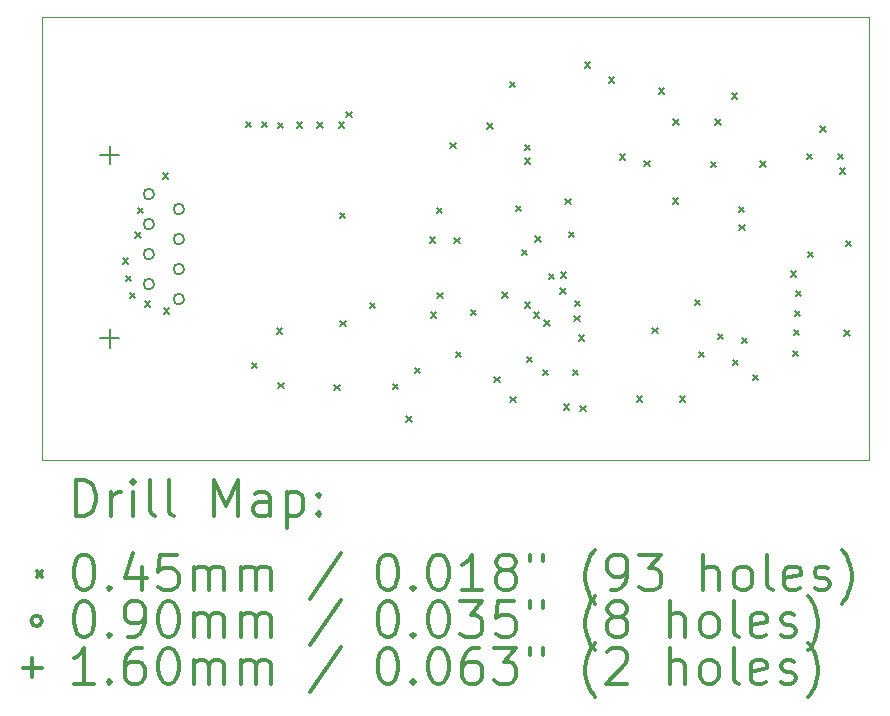
<source format=gbr>
%FSLAX45Y45*%
G04 Gerber Fmt 4.5, Leading zero omitted, Abs format (unit mm)*
G04 Created by KiCad (PCBNEW 5.1.9) date 2021-04-12 02:59:57*
%MOMM*%
%LPD*%
G01*
G04 APERTURE LIST*
%TA.AperFunction,Profile*%
%ADD10C,0.050000*%
%TD*%
%ADD11C,0.200000*%
%ADD12C,0.300000*%
G04 APERTURE END LIST*
D10*
X19572500Y-8923000D02*
X12572000Y-8923000D01*
X19572000Y-5168400D02*
X19572500Y-8923000D01*
X12572000Y-5168400D02*
X19572000Y-5168400D01*
X12572000Y-8923000D02*
X12572000Y-5168400D01*
D11*
X13255500Y-7210920D02*
X13300500Y-7255920D01*
X13300500Y-7210920D02*
X13255500Y-7255920D01*
X13278360Y-7360780D02*
X13323360Y-7405780D01*
X13323360Y-7360780D02*
X13278360Y-7405780D01*
X13313920Y-7505560D02*
X13358920Y-7550560D01*
X13358920Y-7505560D02*
X13313920Y-7550560D01*
X13359630Y-6992470D02*
X13404630Y-7037470D01*
X13404630Y-6992470D02*
X13359630Y-7037470D01*
X13379960Y-6784200D02*
X13424960Y-6829200D01*
X13424960Y-6784200D02*
X13379960Y-6829200D01*
X13440920Y-7576680D02*
X13485920Y-7621680D01*
X13485920Y-7576680D02*
X13440920Y-7621680D01*
X13595860Y-6492100D02*
X13640860Y-6537100D01*
X13640860Y-6492100D02*
X13595860Y-6537100D01*
X13603480Y-7635100D02*
X13648480Y-7680100D01*
X13648480Y-7635100D02*
X13603480Y-7680100D01*
X14296900Y-6057760D02*
X14341900Y-6102760D01*
X14341900Y-6057760D02*
X14296900Y-6102760D01*
X14347700Y-8097380D02*
X14392700Y-8142380D01*
X14392700Y-8097380D02*
X14347700Y-8142380D01*
X14428980Y-6057760D02*
X14473980Y-6102760D01*
X14473980Y-6057760D02*
X14428980Y-6102760D01*
X14561060Y-7805280D02*
X14606060Y-7850280D01*
X14606060Y-7805280D02*
X14561060Y-7850280D01*
X14566140Y-6062840D02*
X14611140Y-6107840D01*
X14611140Y-6062840D02*
X14566140Y-6107840D01*
X14571220Y-8267560D02*
X14616220Y-8312560D01*
X14616220Y-8267560D02*
X14571220Y-8312560D01*
X14728700Y-6060300D02*
X14773700Y-6105300D01*
X14773700Y-6060300D02*
X14728700Y-6105300D01*
X14901420Y-6060300D02*
X14946420Y-6105300D01*
X14946420Y-6060300D02*
X14901420Y-6105300D01*
X15046200Y-8282800D02*
X15091200Y-8327800D01*
X15091200Y-8282800D02*
X15046200Y-8327800D01*
X15084300Y-6060300D02*
X15129300Y-6105300D01*
X15129300Y-6060300D02*
X15084300Y-6105300D01*
X15091201Y-6828099D02*
X15136201Y-6873099D01*
X15136201Y-6828099D02*
X15091201Y-6873099D01*
X15097000Y-7739240D02*
X15142000Y-7784240D01*
X15142000Y-7739240D02*
X15097000Y-7784240D01*
X15147800Y-5971400D02*
X15192800Y-6016400D01*
X15192800Y-5971400D02*
X15147800Y-6016400D01*
X15345920Y-7589380D02*
X15390920Y-7634380D01*
X15390920Y-7589380D02*
X15345920Y-7634380D01*
X15542810Y-8276490D02*
X15587810Y-8321490D01*
X15587810Y-8276490D02*
X15542810Y-8321490D01*
X15655800Y-8549500D02*
X15700800Y-8594500D01*
X15700800Y-8549500D02*
X15655800Y-8594500D01*
X15724380Y-8138020D02*
X15769380Y-8183020D01*
X15769380Y-8138020D02*
X15724380Y-8183020D01*
X15853920Y-7033120D02*
X15898920Y-7078120D01*
X15898920Y-7033120D02*
X15853920Y-7078120D01*
X15864080Y-7670660D02*
X15909080Y-7715660D01*
X15909080Y-7670660D02*
X15864080Y-7715660D01*
X15913300Y-6784200D02*
X15958300Y-6829200D01*
X15958300Y-6784200D02*
X15913300Y-6829200D01*
X15917030Y-7505170D02*
X15962030Y-7550170D01*
X15962030Y-7505170D02*
X15917030Y-7550170D01*
X16026640Y-6235560D02*
X16071640Y-6280560D01*
X16071640Y-6235560D02*
X16026640Y-6280560D01*
X16062200Y-7038200D02*
X16107200Y-7083200D01*
X16107200Y-7038200D02*
X16062200Y-7083200D01*
X16074900Y-8003400D02*
X16119900Y-8048400D01*
X16119900Y-8003400D02*
X16074900Y-8048400D01*
X16201900Y-7647800D02*
X16246900Y-7692800D01*
X16246900Y-7647800D02*
X16201900Y-7692800D01*
X16341600Y-6070460D02*
X16386600Y-6115460D01*
X16386600Y-6070460D02*
X16341600Y-6115460D01*
X16400785Y-8214985D02*
X16445785Y-8259985D01*
X16445785Y-8214985D02*
X16400785Y-8259985D01*
X16468600Y-7498899D02*
X16513600Y-7543899D01*
X16513600Y-7498899D02*
X16468600Y-7543899D01*
X16532100Y-5717400D02*
X16577100Y-5762400D01*
X16577100Y-5717400D02*
X16532100Y-5762400D01*
X16534640Y-8386940D02*
X16579640Y-8431940D01*
X16579640Y-8386940D02*
X16534640Y-8431940D01*
X16580360Y-6768960D02*
X16625360Y-6813960D01*
X16625360Y-6768960D02*
X16580360Y-6813960D01*
X16633700Y-7139800D02*
X16678700Y-7184800D01*
X16678700Y-7139800D02*
X16633700Y-7184800D01*
X16659100Y-6250800D02*
X16704100Y-6295800D01*
X16704100Y-6250800D02*
X16659100Y-6295800D01*
X16659100Y-6365100D02*
X16704100Y-6410100D01*
X16704100Y-6365100D02*
X16659100Y-6410100D01*
X16659100Y-7584300D02*
X16704100Y-7629300D01*
X16704100Y-7584300D02*
X16659100Y-7629300D01*
X16675500Y-8048901D02*
X16720500Y-8093901D01*
X16720500Y-8048901D02*
X16675500Y-8093901D01*
X16732063Y-7669700D02*
X16777063Y-7714700D01*
X16777063Y-7669700D02*
X16732063Y-7714700D01*
X16748000Y-7025500D02*
X16793000Y-7070500D01*
X16793000Y-7025500D02*
X16748000Y-7070500D01*
X16811500Y-8155800D02*
X16856500Y-8200800D01*
X16856500Y-8155800D02*
X16811500Y-8200800D01*
X16824200Y-7736700D02*
X16869200Y-7781700D01*
X16869200Y-7736700D02*
X16824200Y-7781700D01*
X16862300Y-7343000D02*
X16907300Y-7388000D01*
X16907300Y-7343000D02*
X16862300Y-7388000D01*
X16958820Y-7467460D02*
X17003820Y-7512460D01*
X17003820Y-7467460D02*
X16958820Y-7512460D01*
X16963900Y-7330300D02*
X17008900Y-7375300D01*
X17008900Y-7330300D02*
X16963900Y-7375300D01*
X16989300Y-8447900D02*
X17034300Y-8492900D01*
X17034300Y-8447900D02*
X16989300Y-8492900D01*
X17002000Y-6708000D02*
X17047000Y-6753000D01*
X17047000Y-6708000D02*
X17002000Y-6753000D01*
X17033128Y-6989015D02*
X17078128Y-7034015D01*
X17078128Y-6989015D02*
X17033128Y-7034015D01*
X17065500Y-8155800D02*
X17110500Y-8200800D01*
X17110500Y-8155800D02*
X17065500Y-8200800D01*
X17078217Y-7698729D02*
X17123217Y-7743729D01*
X17123217Y-7698729D02*
X17078217Y-7743729D01*
X17080740Y-7574140D02*
X17125740Y-7619140D01*
X17125740Y-7574140D02*
X17080740Y-7619140D01*
X17116300Y-7863700D02*
X17161300Y-7908700D01*
X17161300Y-7863700D02*
X17116300Y-7908700D01*
X17129000Y-8460600D02*
X17174000Y-8505600D01*
X17174000Y-8460600D02*
X17129000Y-8505600D01*
X17167100Y-5552300D02*
X17212100Y-5597300D01*
X17212100Y-5552300D02*
X17167100Y-5597300D01*
X17370300Y-5679300D02*
X17415300Y-5724300D01*
X17415300Y-5679300D02*
X17370300Y-5724300D01*
X17464567Y-6332367D02*
X17509567Y-6377367D01*
X17509567Y-6332367D02*
X17464567Y-6377367D01*
X17606520Y-8381860D02*
X17651520Y-8426860D01*
X17651520Y-8381860D02*
X17606520Y-8426860D01*
X17670259Y-6387000D02*
X17715259Y-6432000D01*
X17715259Y-6387000D02*
X17670259Y-6432000D01*
X17738600Y-7800200D02*
X17783600Y-7845200D01*
X17783600Y-7800200D02*
X17738600Y-7845200D01*
X17791940Y-5773280D02*
X17836940Y-5818280D01*
X17836940Y-5773280D02*
X17791940Y-5818280D01*
X17911320Y-6705460D02*
X17956320Y-6750460D01*
X17956320Y-6705460D02*
X17911320Y-6750460D01*
X17916400Y-6034900D02*
X17961400Y-6079900D01*
X17961400Y-6034900D02*
X17916400Y-6079900D01*
X17972280Y-8379320D02*
X18017280Y-8424320D01*
X18017280Y-8379320D02*
X17972280Y-8424320D01*
X18096740Y-7561440D02*
X18141740Y-7606440D01*
X18141740Y-7561440D02*
X18096740Y-7606440D01*
X18132300Y-8003400D02*
X18177300Y-8048400D01*
X18177300Y-8003400D02*
X18132300Y-8048400D01*
X18231360Y-6395580D02*
X18276360Y-6440580D01*
X18276360Y-6395580D02*
X18231360Y-6440580D01*
X18272000Y-6034900D02*
X18317000Y-6079900D01*
X18317000Y-6034900D02*
X18272000Y-6079900D01*
X18292320Y-7851000D02*
X18337320Y-7896000D01*
X18337320Y-7851000D02*
X18292320Y-7896000D01*
X18409160Y-5816460D02*
X18454160Y-5861460D01*
X18454160Y-5816460D02*
X18409160Y-5861460D01*
X18417900Y-8070860D02*
X18462900Y-8115860D01*
X18462900Y-8070860D02*
X18417900Y-8115860D01*
X18467580Y-6774040D02*
X18512580Y-6819040D01*
X18512580Y-6774040D02*
X18467580Y-6819040D01*
X18475200Y-6926440D02*
X18520200Y-6971440D01*
X18520200Y-6926440D02*
X18475200Y-6971440D01*
X18495520Y-7884020D02*
X18540520Y-7929020D01*
X18540520Y-7884020D02*
X18495520Y-7929020D01*
X18589500Y-8196440D02*
X18634500Y-8241440D01*
X18634500Y-8196440D02*
X18589500Y-8241440D01*
X18653000Y-6390500D02*
X18698000Y-6435500D01*
X18698000Y-6390500D02*
X18653000Y-6435500D01*
X18910810Y-7321410D02*
X18955810Y-7366410D01*
X18955810Y-7321410D02*
X18910810Y-7366410D01*
X18928313Y-7994169D02*
X18973313Y-8039169D01*
X18973313Y-7994169D02*
X18928313Y-8039169D01*
X18934940Y-7817980D02*
X18979940Y-7862980D01*
X18979940Y-7817980D02*
X18934940Y-7862980D01*
X18945034Y-7659149D02*
X18990034Y-7704149D01*
X18990034Y-7659149D02*
X18945034Y-7704149D01*
X18951278Y-7487304D02*
X18996278Y-7532304D01*
X18996278Y-7487304D02*
X18951278Y-7532304D01*
X19046700Y-6327000D02*
X19091700Y-6372000D01*
X19091700Y-6327000D02*
X19046700Y-6372000D01*
X19053854Y-7157114D02*
X19098854Y-7202114D01*
X19098854Y-7157114D02*
X19053854Y-7202114D01*
X19161000Y-6093320D02*
X19206000Y-6138320D01*
X19206000Y-6093320D02*
X19161000Y-6138320D01*
X19310860Y-6329540D02*
X19355860Y-6374540D01*
X19355860Y-6329540D02*
X19310860Y-6374540D01*
X19326100Y-6451460D02*
X19371100Y-6496460D01*
X19371100Y-6451460D02*
X19326100Y-6496460D01*
X19364200Y-7820520D02*
X19409200Y-7865520D01*
X19409200Y-7820520D02*
X19364200Y-7865520D01*
X19376900Y-7066140D02*
X19421900Y-7111140D01*
X19421900Y-7066140D02*
X19376900Y-7111140D01*
X13520100Y-6668000D02*
G75*
G03*
X13520100Y-6668000I-45000J0D01*
G01*
X13520100Y-6922000D02*
G75*
G03*
X13520100Y-6922000I-45000J0D01*
G01*
X13520100Y-7176000D02*
G75*
G03*
X13520100Y-7176000I-45000J0D01*
G01*
X13520100Y-7430000D02*
G75*
G03*
X13520100Y-7430000I-45000J0D01*
G01*
X13774100Y-6795000D02*
G75*
G03*
X13774100Y-6795000I-45000J0D01*
G01*
X13774100Y-7049000D02*
G75*
G03*
X13774100Y-7049000I-45000J0D01*
G01*
X13774100Y-7303000D02*
G75*
G03*
X13774100Y-7303000I-45000J0D01*
G01*
X13774100Y-7557000D02*
G75*
G03*
X13774100Y-7557000I-45000J0D01*
G01*
X13145100Y-6257500D02*
X13145100Y-6417500D01*
X13065100Y-6337500D02*
X13225100Y-6337500D01*
X13145100Y-7807500D02*
X13145100Y-7967500D01*
X13065100Y-7887500D02*
X13225100Y-7887500D01*
D12*
X12855928Y-9391214D02*
X12855928Y-9091214D01*
X12927357Y-9091214D01*
X12970214Y-9105500D01*
X12998786Y-9134072D01*
X13013071Y-9162643D01*
X13027357Y-9219786D01*
X13027357Y-9262643D01*
X13013071Y-9319786D01*
X12998786Y-9348357D01*
X12970214Y-9376929D01*
X12927357Y-9391214D01*
X12855928Y-9391214D01*
X13155928Y-9391214D02*
X13155928Y-9191214D01*
X13155928Y-9248357D02*
X13170214Y-9219786D01*
X13184500Y-9205500D01*
X13213071Y-9191214D01*
X13241643Y-9191214D01*
X13341643Y-9391214D02*
X13341643Y-9191214D01*
X13341643Y-9091214D02*
X13327357Y-9105500D01*
X13341643Y-9119786D01*
X13355928Y-9105500D01*
X13341643Y-9091214D01*
X13341643Y-9119786D01*
X13527357Y-9391214D02*
X13498786Y-9376929D01*
X13484500Y-9348357D01*
X13484500Y-9091214D01*
X13684500Y-9391214D02*
X13655928Y-9376929D01*
X13641643Y-9348357D01*
X13641643Y-9091214D01*
X14027357Y-9391214D02*
X14027357Y-9091214D01*
X14127357Y-9305500D01*
X14227357Y-9091214D01*
X14227357Y-9391214D01*
X14498786Y-9391214D02*
X14498786Y-9234072D01*
X14484500Y-9205500D01*
X14455928Y-9191214D01*
X14398786Y-9191214D01*
X14370214Y-9205500D01*
X14498786Y-9376929D02*
X14470214Y-9391214D01*
X14398786Y-9391214D01*
X14370214Y-9376929D01*
X14355928Y-9348357D01*
X14355928Y-9319786D01*
X14370214Y-9291214D01*
X14398786Y-9276929D01*
X14470214Y-9276929D01*
X14498786Y-9262643D01*
X14641643Y-9191214D02*
X14641643Y-9491214D01*
X14641643Y-9205500D02*
X14670214Y-9191214D01*
X14727357Y-9191214D01*
X14755928Y-9205500D01*
X14770214Y-9219786D01*
X14784500Y-9248357D01*
X14784500Y-9334072D01*
X14770214Y-9362643D01*
X14755928Y-9376929D01*
X14727357Y-9391214D01*
X14670214Y-9391214D01*
X14641643Y-9376929D01*
X14913071Y-9362643D02*
X14927357Y-9376929D01*
X14913071Y-9391214D01*
X14898786Y-9376929D01*
X14913071Y-9362643D01*
X14913071Y-9391214D01*
X14913071Y-9205500D02*
X14927357Y-9219786D01*
X14913071Y-9234072D01*
X14898786Y-9219786D01*
X14913071Y-9205500D01*
X14913071Y-9234072D01*
X12524500Y-9863000D02*
X12569500Y-9908000D01*
X12569500Y-9863000D02*
X12524500Y-9908000D01*
X12913071Y-9721214D02*
X12941643Y-9721214D01*
X12970214Y-9735500D01*
X12984500Y-9749786D01*
X12998786Y-9778357D01*
X13013071Y-9835500D01*
X13013071Y-9906929D01*
X12998786Y-9964072D01*
X12984500Y-9992643D01*
X12970214Y-10006929D01*
X12941643Y-10021214D01*
X12913071Y-10021214D01*
X12884500Y-10006929D01*
X12870214Y-9992643D01*
X12855928Y-9964072D01*
X12841643Y-9906929D01*
X12841643Y-9835500D01*
X12855928Y-9778357D01*
X12870214Y-9749786D01*
X12884500Y-9735500D01*
X12913071Y-9721214D01*
X13141643Y-9992643D02*
X13155928Y-10006929D01*
X13141643Y-10021214D01*
X13127357Y-10006929D01*
X13141643Y-9992643D01*
X13141643Y-10021214D01*
X13413071Y-9821214D02*
X13413071Y-10021214D01*
X13341643Y-9706929D02*
X13270214Y-9921214D01*
X13455928Y-9921214D01*
X13713071Y-9721214D02*
X13570214Y-9721214D01*
X13555928Y-9864072D01*
X13570214Y-9849786D01*
X13598786Y-9835500D01*
X13670214Y-9835500D01*
X13698786Y-9849786D01*
X13713071Y-9864072D01*
X13727357Y-9892643D01*
X13727357Y-9964072D01*
X13713071Y-9992643D01*
X13698786Y-10006929D01*
X13670214Y-10021214D01*
X13598786Y-10021214D01*
X13570214Y-10006929D01*
X13555928Y-9992643D01*
X13855928Y-10021214D02*
X13855928Y-9821214D01*
X13855928Y-9849786D02*
X13870214Y-9835500D01*
X13898786Y-9821214D01*
X13941643Y-9821214D01*
X13970214Y-9835500D01*
X13984500Y-9864072D01*
X13984500Y-10021214D01*
X13984500Y-9864072D02*
X13998786Y-9835500D01*
X14027357Y-9821214D01*
X14070214Y-9821214D01*
X14098786Y-9835500D01*
X14113071Y-9864072D01*
X14113071Y-10021214D01*
X14255928Y-10021214D02*
X14255928Y-9821214D01*
X14255928Y-9849786D02*
X14270214Y-9835500D01*
X14298786Y-9821214D01*
X14341643Y-9821214D01*
X14370214Y-9835500D01*
X14384500Y-9864072D01*
X14384500Y-10021214D01*
X14384500Y-9864072D02*
X14398786Y-9835500D01*
X14427357Y-9821214D01*
X14470214Y-9821214D01*
X14498786Y-9835500D01*
X14513071Y-9864072D01*
X14513071Y-10021214D01*
X15098786Y-9706929D02*
X14841643Y-10092643D01*
X15484500Y-9721214D02*
X15513071Y-9721214D01*
X15541643Y-9735500D01*
X15555928Y-9749786D01*
X15570214Y-9778357D01*
X15584500Y-9835500D01*
X15584500Y-9906929D01*
X15570214Y-9964072D01*
X15555928Y-9992643D01*
X15541643Y-10006929D01*
X15513071Y-10021214D01*
X15484500Y-10021214D01*
X15455928Y-10006929D01*
X15441643Y-9992643D01*
X15427357Y-9964072D01*
X15413071Y-9906929D01*
X15413071Y-9835500D01*
X15427357Y-9778357D01*
X15441643Y-9749786D01*
X15455928Y-9735500D01*
X15484500Y-9721214D01*
X15713071Y-9992643D02*
X15727357Y-10006929D01*
X15713071Y-10021214D01*
X15698786Y-10006929D01*
X15713071Y-9992643D01*
X15713071Y-10021214D01*
X15913071Y-9721214D02*
X15941643Y-9721214D01*
X15970214Y-9735500D01*
X15984500Y-9749786D01*
X15998786Y-9778357D01*
X16013071Y-9835500D01*
X16013071Y-9906929D01*
X15998786Y-9964072D01*
X15984500Y-9992643D01*
X15970214Y-10006929D01*
X15941643Y-10021214D01*
X15913071Y-10021214D01*
X15884500Y-10006929D01*
X15870214Y-9992643D01*
X15855928Y-9964072D01*
X15841643Y-9906929D01*
X15841643Y-9835500D01*
X15855928Y-9778357D01*
X15870214Y-9749786D01*
X15884500Y-9735500D01*
X15913071Y-9721214D01*
X16298786Y-10021214D02*
X16127357Y-10021214D01*
X16213071Y-10021214D02*
X16213071Y-9721214D01*
X16184500Y-9764072D01*
X16155928Y-9792643D01*
X16127357Y-9806929D01*
X16470214Y-9849786D02*
X16441643Y-9835500D01*
X16427357Y-9821214D01*
X16413071Y-9792643D01*
X16413071Y-9778357D01*
X16427357Y-9749786D01*
X16441643Y-9735500D01*
X16470214Y-9721214D01*
X16527357Y-9721214D01*
X16555928Y-9735500D01*
X16570214Y-9749786D01*
X16584500Y-9778357D01*
X16584500Y-9792643D01*
X16570214Y-9821214D01*
X16555928Y-9835500D01*
X16527357Y-9849786D01*
X16470214Y-9849786D01*
X16441643Y-9864072D01*
X16427357Y-9878357D01*
X16413071Y-9906929D01*
X16413071Y-9964072D01*
X16427357Y-9992643D01*
X16441643Y-10006929D01*
X16470214Y-10021214D01*
X16527357Y-10021214D01*
X16555928Y-10006929D01*
X16570214Y-9992643D01*
X16584500Y-9964072D01*
X16584500Y-9906929D01*
X16570214Y-9878357D01*
X16555928Y-9864072D01*
X16527357Y-9849786D01*
X16698786Y-9721214D02*
X16698786Y-9778357D01*
X16813071Y-9721214D02*
X16813071Y-9778357D01*
X17255928Y-10135500D02*
X17241643Y-10121214D01*
X17213071Y-10078357D01*
X17198786Y-10049786D01*
X17184500Y-10006929D01*
X17170214Y-9935500D01*
X17170214Y-9878357D01*
X17184500Y-9806929D01*
X17198786Y-9764072D01*
X17213071Y-9735500D01*
X17241643Y-9692643D01*
X17255928Y-9678357D01*
X17384500Y-10021214D02*
X17441643Y-10021214D01*
X17470214Y-10006929D01*
X17484500Y-9992643D01*
X17513071Y-9949786D01*
X17527357Y-9892643D01*
X17527357Y-9778357D01*
X17513071Y-9749786D01*
X17498786Y-9735500D01*
X17470214Y-9721214D01*
X17413071Y-9721214D01*
X17384500Y-9735500D01*
X17370214Y-9749786D01*
X17355928Y-9778357D01*
X17355928Y-9849786D01*
X17370214Y-9878357D01*
X17384500Y-9892643D01*
X17413071Y-9906929D01*
X17470214Y-9906929D01*
X17498786Y-9892643D01*
X17513071Y-9878357D01*
X17527357Y-9849786D01*
X17627357Y-9721214D02*
X17813071Y-9721214D01*
X17713071Y-9835500D01*
X17755928Y-9835500D01*
X17784500Y-9849786D01*
X17798786Y-9864072D01*
X17813071Y-9892643D01*
X17813071Y-9964072D01*
X17798786Y-9992643D01*
X17784500Y-10006929D01*
X17755928Y-10021214D01*
X17670214Y-10021214D01*
X17641643Y-10006929D01*
X17627357Y-9992643D01*
X18170214Y-10021214D02*
X18170214Y-9721214D01*
X18298786Y-10021214D02*
X18298786Y-9864072D01*
X18284500Y-9835500D01*
X18255928Y-9821214D01*
X18213071Y-9821214D01*
X18184500Y-9835500D01*
X18170214Y-9849786D01*
X18484500Y-10021214D02*
X18455928Y-10006929D01*
X18441643Y-9992643D01*
X18427357Y-9964072D01*
X18427357Y-9878357D01*
X18441643Y-9849786D01*
X18455928Y-9835500D01*
X18484500Y-9821214D01*
X18527357Y-9821214D01*
X18555928Y-9835500D01*
X18570214Y-9849786D01*
X18584500Y-9878357D01*
X18584500Y-9964072D01*
X18570214Y-9992643D01*
X18555928Y-10006929D01*
X18527357Y-10021214D01*
X18484500Y-10021214D01*
X18755928Y-10021214D02*
X18727357Y-10006929D01*
X18713071Y-9978357D01*
X18713071Y-9721214D01*
X18984500Y-10006929D02*
X18955928Y-10021214D01*
X18898786Y-10021214D01*
X18870214Y-10006929D01*
X18855928Y-9978357D01*
X18855928Y-9864072D01*
X18870214Y-9835500D01*
X18898786Y-9821214D01*
X18955928Y-9821214D01*
X18984500Y-9835500D01*
X18998786Y-9864072D01*
X18998786Y-9892643D01*
X18855928Y-9921214D01*
X19113071Y-10006929D02*
X19141643Y-10021214D01*
X19198786Y-10021214D01*
X19227357Y-10006929D01*
X19241643Y-9978357D01*
X19241643Y-9964072D01*
X19227357Y-9935500D01*
X19198786Y-9921214D01*
X19155928Y-9921214D01*
X19127357Y-9906929D01*
X19113071Y-9878357D01*
X19113071Y-9864072D01*
X19127357Y-9835500D01*
X19155928Y-9821214D01*
X19198786Y-9821214D01*
X19227357Y-9835500D01*
X19341643Y-10135500D02*
X19355928Y-10121214D01*
X19384500Y-10078357D01*
X19398786Y-10049786D01*
X19413071Y-10006929D01*
X19427357Y-9935500D01*
X19427357Y-9878357D01*
X19413071Y-9806929D01*
X19398786Y-9764072D01*
X19384500Y-9735500D01*
X19355928Y-9692643D01*
X19341643Y-9678357D01*
X12569500Y-10281500D02*
G75*
G03*
X12569500Y-10281500I-45000J0D01*
G01*
X12913071Y-10117214D02*
X12941643Y-10117214D01*
X12970214Y-10131500D01*
X12984500Y-10145786D01*
X12998786Y-10174357D01*
X13013071Y-10231500D01*
X13013071Y-10302929D01*
X12998786Y-10360072D01*
X12984500Y-10388643D01*
X12970214Y-10402929D01*
X12941643Y-10417214D01*
X12913071Y-10417214D01*
X12884500Y-10402929D01*
X12870214Y-10388643D01*
X12855928Y-10360072D01*
X12841643Y-10302929D01*
X12841643Y-10231500D01*
X12855928Y-10174357D01*
X12870214Y-10145786D01*
X12884500Y-10131500D01*
X12913071Y-10117214D01*
X13141643Y-10388643D02*
X13155928Y-10402929D01*
X13141643Y-10417214D01*
X13127357Y-10402929D01*
X13141643Y-10388643D01*
X13141643Y-10417214D01*
X13298786Y-10417214D02*
X13355928Y-10417214D01*
X13384500Y-10402929D01*
X13398786Y-10388643D01*
X13427357Y-10345786D01*
X13441643Y-10288643D01*
X13441643Y-10174357D01*
X13427357Y-10145786D01*
X13413071Y-10131500D01*
X13384500Y-10117214D01*
X13327357Y-10117214D01*
X13298786Y-10131500D01*
X13284500Y-10145786D01*
X13270214Y-10174357D01*
X13270214Y-10245786D01*
X13284500Y-10274357D01*
X13298786Y-10288643D01*
X13327357Y-10302929D01*
X13384500Y-10302929D01*
X13413071Y-10288643D01*
X13427357Y-10274357D01*
X13441643Y-10245786D01*
X13627357Y-10117214D02*
X13655928Y-10117214D01*
X13684500Y-10131500D01*
X13698786Y-10145786D01*
X13713071Y-10174357D01*
X13727357Y-10231500D01*
X13727357Y-10302929D01*
X13713071Y-10360072D01*
X13698786Y-10388643D01*
X13684500Y-10402929D01*
X13655928Y-10417214D01*
X13627357Y-10417214D01*
X13598786Y-10402929D01*
X13584500Y-10388643D01*
X13570214Y-10360072D01*
X13555928Y-10302929D01*
X13555928Y-10231500D01*
X13570214Y-10174357D01*
X13584500Y-10145786D01*
X13598786Y-10131500D01*
X13627357Y-10117214D01*
X13855928Y-10417214D02*
X13855928Y-10217214D01*
X13855928Y-10245786D02*
X13870214Y-10231500D01*
X13898786Y-10217214D01*
X13941643Y-10217214D01*
X13970214Y-10231500D01*
X13984500Y-10260072D01*
X13984500Y-10417214D01*
X13984500Y-10260072D02*
X13998786Y-10231500D01*
X14027357Y-10217214D01*
X14070214Y-10217214D01*
X14098786Y-10231500D01*
X14113071Y-10260072D01*
X14113071Y-10417214D01*
X14255928Y-10417214D02*
X14255928Y-10217214D01*
X14255928Y-10245786D02*
X14270214Y-10231500D01*
X14298786Y-10217214D01*
X14341643Y-10217214D01*
X14370214Y-10231500D01*
X14384500Y-10260072D01*
X14384500Y-10417214D01*
X14384500Y-10260072D02*
X14398786Y-10231500D01*
X14427357Y-10217214D01*
X14470214Y-10217214D01*
X14498786Y-10231500D01*
X14513071Y-10260072D01*
X14513071Y-10417214D01*
X15098786Y-10102929D02*
X14841643Y-10488643D01*
X15484500Y-10117214D02*
X15513071Y-10117214D01*
X15541643Y-10131500D01*
X15555928Y-10145786D01*
X15570214Y-10174357D01*
X15584500Y-10231500D01*
X15584500Y-10302929D01*
X15570214Y-10360072D01*
X15555928Y-10388643D01*
X15541643Y-10402929D01*
X15513071Y-10417214D01*
X15484500Y-10417214D01*
X15455928Y-10402929D01*
X15441643Y-10388643D01*
X15427357Y-10360072D01*
X15413071Y-10302929D01*
X15413071Y-10231500D01*
X15427357Y-10174357D01*
X15441643Y-10145786D01*
X15455928Y-10131500D01*
X15484500Y-10117214D01*
X15713071Y-10388643D02*
X15727357Y-10402929D01*
X15713071Y-10417214D01*
X15698786Y-10402929D01*
X15713071Y-10388643D01*
X15713071Y-10417214D01*
X15913071Y-10117214D02*
X15941643Y-10117214D01*
X15970214Y-10131500D01*
X15984500Y-10145786D01*
X15998786Y-10174357D01*
X16013071Y-10231500D01*
X16013071Y-10302929D01*
X15998786Y-10360072D01*
X15984500Y-10388643D01*
X15970214Y-10402929D01*
X15941643Y-10417214D01*
X15913071Y-10417214D01*
X15884500Y-10402929D01*
X15870214Y-10388643D01*
X15855928Y-10360072D01*
X15841643Y-10302929D01*
X15841643Y-10231500D01*
X15855928Y-10174357D01*
X15870214Y-10145786D01*
X15884500Y-10131500D01*
X15913071Y-10117214D01*
X16113071Y-10117214D02*
X16298786Y-10117214D01*
X16198786Y-10231500D01*
X16241643Y-10231500D01*
X16270214Y-10245786D01*
X16284500Y-10260072D01*
X16298786Y-10288643D01*
X16298786Y-10360072D01*
X16284500Y-10388643D01*
X16270214Y-10402929D01*
X16241643Y-10417214D01*
X16155928Y-10417214D01*
X16127357Y-10402929D01*
X16113071Y-10388643D01*
X16570214Y-10117214D02*
X16427357Y-10117214D01*
X16413071Y-10260072D01*
X16427357Y-10245786D01*
X16455928Y-10231500D01*
X16527357Y-10231500D01*
X16555928Y-10245786D01*
X16570214Y-10260072D01*
X16584500Y-10288643D01*
X16584500Y-10360072D01*
X16570214Y-10388643D01*
X16555928Y-10402929D01*
X16527357Y-10417214D01*
X16455928Y-10417214D01*
X16427357Y-10402929D01*
X16413071Y-10388643D01*
X16698786Y-10117214D02*
X16698786Y-10174357D01*
X16813071Y-10117214D02*
X16813071Y-10174357D01*
X17255928Y-10531500D02*
X17241643Y-10517214D01*
X17213071Y-10474357D01*
X17198786Y-10445786D01*
X17184500Y-10402929D01*
X17170214Y-10331500D01*
X17170214Y-10274357D01*
X17184500Y-10202929D01*
X17198786Y-10160072D01*
X17213071Y-10131500D01*
X17241643Y-10088643D01*
X17255928Y-10074357D01*
X17413071Y-10245786D02*
X17384500Y-10231500D01*
X17370214Y-10217214D01*
X17355928Y-10188643D01*
X17355928Y-10174357D01*
X17370214Y-10145786D01*
X17384500Y-10131500D01*
X17413071Y-10117214D01*
X17470214Y-10117214D01*
X17498786Y-10131500D01*
X17513071Y-10145786D01*
X17527357Y-10174357D01*
X17527357Y-10188643D01*
X17513071Y-10217214D01*
X17498786Y-10231500D01*
X17470214Y-10245786D01*
X17413071Y-10245786D01*
X17384500Y-10260072D01*
X17370214Y-10274357D01*
X17355928Y-10302929D01*
X17355928Y-10360072D01*
X17370214Y-10388643D01*
X17384500Y-10402929D01*
X17413071Y-10417214D01*
X17470214Y-10417214D01*
X17498786Y-10402929D01*
X17513071Y-10388643D01*
X17527357Y-10360072D01*
X17527357Y-10302929D01*
X17513071Y-10274357D01*
X17498786Y-10260072D01*
X17470214Y-10245786D01*
X17884500Y-10417214D02*
X17884500Y-10117214D01*
X18013071Y-10417214D02*
X18013071Y-10260072D01*
X17998786Y-10231500D01*
X17970214Y-10217214D01*
X17927357Y-10217214D01*
X17898786Y-10231500D01*
X17884500Y-10245786D01*
X18198786Y-10417214D02*
X18170214Y-10402929D01*
X18155928Y-10388643D01*
X18141643Y-10360072D01*
X18141643Y-10274357D01*
X18155928Y-10245786D01*
X18170214Y-10231500D01*
X18198786Y-10217214D01*
X18241643Y-10217214D01*
X18270214Y-10231500D01*
X18284500Y-10245786D01*
X18298786Y-10274357D01*
X18298786Y-10360072D01*
X18284500Y-10388643D01*
X18270214Y-10402929D01*
X18241643Y-10417214D01*
X18198786Y-10417214D01*
X18470214Y-10417214D02*
X18441643Y-10402929D01*
X18427357Y-10374357D01*
X18427357Y-10117214D01*
X18698786Y-10402929D02*
X18670214Y-10417214D01*
X18613071Y-10417214D01*
X18584500Y-10402929D01*
X18570214Y-10374357D01*
X18570214Y-10260072D01*
X18584500Y-10231500D01*
X18613071Y-10217214D01*
X18670214Y-10217214D01*
X18698786Y-10231500D01*
X18713071Y-10260072D01*
X18713071Y-10288643D01*
X18570214Y-10317214D01*
X18827357Y-10402929D02*
X18855928Y-10417214D01*
X18913071Y-10417214D01*
X18941643Y-10402929D01*
X18955928Y-10374357D01*
X18955928Y-10360072D01*
X18941643Y-10331500D01*
X18913071Y-10317214D01*
X18870214Y-10317214D01*
X18841643Y-10302929D01*
X18827357Y-10274357D01*
X18827357Y-10260072D01*
X18841643Y-10231500D01*
X18870214Y-10217214D01*
X18913071Y-10217214D01*
X18941643Y-10231500D01*
X19055928Y-10531500D02*
X19070214Y-10517214D01*
X19098786Y-10474357D01*
X19113071Y-10445786D01*
X19127357Y-10402929D01*
X19141643Y-10331500D01*
X19141643Y-10274357D01*
X19127357Y-10202929D01*
X19113071Y-10160072D01*
X19098786Y-10131500D01*
X19070214Y-10088643D01*
X19055928Y-10074357D01*
X12489500Y-10597500D02*
X12489500Y-10757500D01*
X12409500Y-10677500D02*
X12569500Y-10677500D01*
X13013071Y-10813214D02*
X12841643Y-10813214D01*
X12927357Y-10813214D02*
X12927357Y-10513214D01*
X12898786Y-10556072D01*
X12870214Y-10584643D01*
X12841643Y-10598929D01*
X13141643Y-10784643D02*
X13155928Y-10798929D01*
X13141643Y-10813214D01*
X13127357Y-10798929D01*
X13141643Y-10784643D01*
X13141643Y-10813214D01*
X13413071Y-10513214D02*
X13355928Y-10513214D01*
X13327357Y-10527500D01*
X13313071Y-10541786D01*
X13284500Y-10584643D01*
X13270214Y-10641786D01*
X13270214Y-10756072D01*
X13284500Y-10784643D01*
X13298786Y-10798929D01*
X13327357Y-10813214D01*
X13384500Y-10813214D01*
X13413071Y-10798929D01*
X13427357Y-10784643D01*
X13441643Y-10756072D01*
X13441643Y-10684643D01*
X13427357Y-10656072D01*
X13413071Y-10641786D01*
X13384500Y-10627500D01*
X13327357Y-10627500D01*
X13298786Y-10641786D01*
X13284500Y-10656072D01*
X13270214Y-10684643D01*
X13627357Y-10513214D02*
X13655928Y-10513214D01*
X13684500Y-10527500D01*
X13698786Y-10541786D01*
X13713071Y-10570357D01*
X13727357Y-10627500D01*
X13727357Y-10698929D01*
X13713071Y-10756072D01*
X13698786Y-10784643D01*
X13684500Y-10798929D01*
X13655928Y-10813214D01*
X13627357Y-10813214D01*
X13598786Y-10798929D01*
X13584500Y-10784643D01*
X13570214Y-10756072D01*
X13555928Y-10698929D01*
X13555928Y-10627500D01*
X13570214Y-10570357D01*
X13584500Y-10541786D01*
X13598786Y-10527500D01*
X13627357Y-10513214D01*
X13855928Y-10813214D02*
X13855928Y-10613214D01*
X13855928Y-10641786D02*
X13870214Y-10627500D01*
X13898786Y-10613214D01*
X13941643Y-10613214D01*
X13970214Y-10627500D01*
X13984500Y-10656072D01*
X13984500Y-10813214D01*
X13984500Y-10656072D02*
X13998786Y-10627500D01*
X14027357Y-10613214D01*
X14070214Y-10613214D01*
X14098786Y-10627500D01*
X14113071Y-10656072D01*
X14113071Y-10813214D01*
X14255928Y-10813214D02*
X14255928Y-10613214D01*
X14255928Y-10641786D02*
X14270214Y-10627500D01*
X14298786Y-10613214D01*
X14341643Y-10613214D01*
X14370214Y-10627500D01*
X14384500Y-10656072D01*
X14384500Y-10813214D01*
X14384500Y-10656072D02*
X14398786Y-10627500D01*
X14427357Y-10613214D01*
X14470214Y-10613214D01*
X14498786Y-10627500D01*
X14513071Y-10656072D01*
X14513071Y-10813214D01*
X15098786Y-10498929D02*
X14841643Y-10884643D01*
X15484500Y-10513214D02*
X15513071Y-10513214D01*
X15541643Y-10527500D01*
X15555928Y-10541786D01*
X15570214Y-10570357D01*
X15584500Y-10627500D01*
X15584500Y-10698929D01*
X15570214Y-10756072D01*
X15555928Y-10784643D01*
X15541643Y-10798929D01*
X15513071Y-10813214D01*
X15484500Y-10813214D01*
X15455928Y-10798929D01*
X15441643Y-10784643D01*
X15427357Y-10756072D01*
X15413071Y-10698929D01*
X15413071Y-10627500D01*
X15427357Y-10570357D01*
X15441643Y-10541786D01*
X15455928Y-10527500D01*
X15484500Y-10513214D01*
X15713071Y-10784643D02*
X15727357Y-10798929D01*
X15713071Y-10813214D01*
X15698786Y-10798929D01*
X15713071Y-10784643D01*
X15713071Y-10813214D01*
X15913071Y-10513214D02*
X15941643Y-10513214D01*
X15970214Y-10527500D01*
X15984500Y-10541786D01*
X15998786Y-10570357D01*
X16013071Y-10627500D01*
X16013071Y-10698929D01*
X15998786Y-10756072D01*
X15984500Y-10784643D01*
X15970214Y-10798929D01*
X15941643Y-10813214D01*
X15913071Y-10813214D01*
X15884500Y-10798929D01*
X15870214Y-10784643D01*
X15855928Y-10756072D01*
X15841643Y-10698929D01*
X15841643Y-10627500D01*
X15855928Y-10570357D01*
X15870214Y-10541786D01*
X15884500Y-10527500D01*
X15913071Y-10513214D01*
X16270214Y-10513214D02*
X16213071Y-10513214D01*
X16184500Y-10527500D01*
X16170214Y-10541786D01*
X16141643Y-10584643D01*
X16127357Y-10641786D01*
X16127357Y-10756072D01*
X16141643Y-10784643D01*
X16155928Y-10798929D01*
X16184500Y-10813214D01*
X16241643Y-10813214D01*
X16270214Y-10798929D01*
X16284500Y-10784643D01*
X16298786Y-10756072D01*
X16298786Y-10684643D01*
X16284500Y-10656072D01*
X16270214Y-10641786D01*
X16241643Y-10627500D01*
X16184500Y-10627500D01*
X16155928Y-10641786D01*
X16141643Y-10656072D01*
X16127357Y-10684643D01*
X16398786Y-10513214D02*
X16584500Y-10513214D01*
X16484500Y-10627500D01*
X16527357Y-10627500D01*
X16555928Y-10641786D01*
X16570214Y-10656072D01*
X16584500Y-10684643D01*
X16584500Y-10756072D01*
X16570214Y-10784643D01*
X16555928Y-10798929D01*
X16527357Y-10813214D01*
X16441643Y-10813214D01*
X16413071Y-10798929D01*
X16398786Y-10784643D01*
X16698786Y-10513214D02*
X16698786Y-10570357D01*
X16813071Y-10513214D02*
X16813071Y-10570357D01*
X17255928Y-10927500D02*
X17241643Y-10913214D01*
X17213071Y-10870357D01*
X17198786Y-10841786D01*
X17184500Y-10798929D01*
X17170214Y-10727500D01*
X17170214Y-10670357D01*
X17184500Y-10598929D01*
X17198786Y-10556072D01*
X17213071Y-10527500D01*
X17241643Y-10484643D01*
X17255928Y-10470357D01*
X17355928Y-10541786D02*
X17370214Y-10527500D01*
X17398786Y-10513214D01*
X17470214Y-10513214D01*
X17498786Y-10527500D01*
X17513071Y-10541786D01*
X17527357Y-10570357D01*
X17527357Y-10598929D01*
X17513071Y-10641786D01*
X17341643Y-10813214D01*
X17527357Y-10813214D01*
X17884500Y-10813214D02*
X17884500Y-10513214D01*
X18013071Y-10813214D02*
X18013071Y-10656072D01*
X17998786Y-10627500D01*
X17970214Y-10613214D01*
X17927357Y-10613214D01*
X17898786Y-10627500D01*
X17884500Y-10641786D01*
X18198786Y-10813214D02*
X18170214Y-10798929D01*
X18155928Y-10784643D01*
X18141643Y-10756072D01*
X18141643Y-10670357D01*
X18155928Y-10641786D01*
X18170214Y-10627500D01*
X18198786Y-10613214D01*
X18241643Y-10613214D01*
X18270214Y-10627500D01*
X18284500Y-10641786D01*
X18298786Y-10670357D01*
X18298786Y-10756072D01*
X18284500Y-10784643D01*
X18270214Y-10798929D01*
X18241643Y-10813214D01*
X18198786Y-10813214D01*
X18470214Y-10813214D02*
X18441643Y-10798929D01*
X18427357Y-10770357D01*
X18427357Y-10513214D01*
X18698786Y-10798929D02*
X18670214Y-10813214D01*
X18613071Y-10813214D01*
X18584500Y-10798929D01*
X18570214Y-10770357D01*
X18570214Y-10656072D01*
X18584500Y-10627500D01*
X18613071Y-10613214D01*
X18670214Y-10613214D01*
X18698786Y-10627500D01*
X18713071Y-10656072D01*
X18713071Y-10684643D01*
X18570214Y-10713214D01*
X18827357Y-10798929D02*
X18855928Y-10813214D01*
X18913071Y-10813214D01*
X18941643Y-10798929D01*
X18955928Y-10770357D01*
X18955928Y-10756072D01*
X18941643Y-10727500D01*
X18913071Y-10713214D01*
X18870214Y-10713214D01*
X18841643Y-10698929D01*
X18827357Y-10670357D01*
X18827357Y-10656072D01*
X18841643Y-10627500D01*
X18870214Y-10613214D01*
X18913071Y-10613214D01*
X18941643Y-10627500D01*
X19055928Y-10927500D02*
X19070214Y-10913214D01*
X19098786Y-10870357D01*
X19113071Y-10841786D01*
X19127357Y-10798929D01*
X19141643Y-10727500D01*
X19141643Y-10670357D01*
X19127357Y-10598929D01*
X19113071Y-10556072D01*
X19098786Y-10527500D01*
X19070214Y-10484643D01*
X19055928Y-10470357D01*
M02*

</source>
